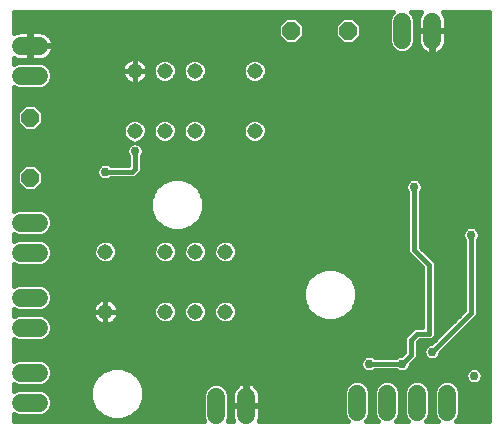
<source format=gbl>
G75*
%MOIN*%
%OFA0B0*%
%FSLAX25Y25*%
%IPPOS*%
%LPD*%
%AMOC8*
5,1,8,0,0,1.08239X$1,22.5*
%
%ADD10C,0.06000*%
%ADD11OC8,0.06000*%
%ADD12C,0.05150*%
%ADD13C,0.02978*%
%ADD14C,0.01600*%
D10*
X0014800Y0018800D02*
X0020800Y0018800D01*
X0020800Y0028800D02*
X0014800Y0028800D01*
X0014800Y0043800D02*
X0020800Y0043800D01*
X0020800Y0053800D02*
X0014800Y0053800D01*
X0014800Y0068800D02*
X0020800Y0068800D01*
X0020800Y0078800D02*
X0014800Y0078800D01*
X0014800Y0127800D02*
X0020800Y0127800D01*
X0020800Y0137800D02*
X0014800Y0137800D01*
X0141800Y0139800D02*
X0141800Y0145800D01*
X0151800Y0145800D02*
X0151800Y0139800D01*
X0146800Y0021800D02*
X0146800Y0015800D01*
X0156800Y0015800D02*
X0156800Y0021800D01*
X0136800Y0021800D02*
X0136800Y0015800D01*
X0126800Y0015800D02*
X0126800Y0021800D01*
X0089800Y0020800D02*
X0089800Y0014800D01*
X0079800Y0014800D02*
X0079800Y0020800D01*
D11*
X0017800Y0093800D03*
X0017800Y0113800D03*
X0104800Y0142800D03*
X0123800Y0142800D03*
D12*
X0092666Y0129430D03*
X0072666Y0129430D03*
X0062666Y0129430D03*
X0052666Y0129430D03*
X0052666Y0109430D03*
X0062666Y0109430D03*
X0072666Y0109430D03*
X0092666Y0109430D03*
X0082934Y0069170D03*
X0072934Y0069170D03*
X0062934Y0069170D03*
X0042934Y0069170D03*
X0042934Y0049170D03*
X0062934Y0049170D03*
X0072934Y0049170D03*
X0082934Y0049170D03*
D13*
X0081800Y0058800D03*
X0106800Y0059800D03*
X0117800Y0044800D03*
X0130800Y0031800D03*
X0141800Y0031800D03*
X0151800Y0035800D03*
X0165800Y0027800D03*
X0128800Y0065800D03*
X0145800Y0090800D03*
X0164800Y0074800D03*
X0130800Y0112800D03*
X0117800Y0092800D03*
X0080800Y0088800D03*
X0052800Y0081800D03*
X0042800Y0095800D03*
X0052800Y0102689D03*
X0079800Y0117800D03*
X0080800Y0141800D03*
X0048800Y0142800D03*
X0051800Y0058800D03*
X0044800Y0036800D03*
X0062800Y0019800D03*
X0104800Y0019800D03*
X0164800Y0141800D03*
D14*
X0012600Y0014949D02*
X0012600Y0012600D01*
X0075949Y0012600D01*
X0075400Y0013925D01*
X0075400Y0021675D01*
X0076070Y0023292D01*
X0077308Y0024530D01*
X0078925Y0025200D01*
X0080675Y0025200D01*
X0082292Y0024530D01*
X0083530Y0023292D01*
X0084200Y0021675D01*
X0084200Y0013925D01*
X0083651Y0012600D01*
X0085534Y0012600D01*
X0085352Y0012957D01*
X0085118Y0013676D01*
X0085000Y0014422D01*
X0085000Y0017600D01*
X0089600Y0017600D01*
X0089600Y0018000D01*
X0089600Y0025600D01*
X0089422Y0025600D01*
X0088676Y0025482D01*
X0087957Y0025248D01*
X0087284Y0024905D01*
X0086673Y0024461D01*
X0086139Y0023927D01*
X0085695Y0023316D01*
X0085352Y0022643D01*
X0085118Y0021924D01*
X0085000Y0021178D01*
X0085000Y0018000D01*
X0089600Y0018000D01*
X0090000Y0018000D01*
X0094600Y0018000D01*
X0094600Y0021178D01*
X0094482Y0021924D01*
X0094248Y0022643D01*
X0093905Y0023316D01*
X0093461Y0023927D01*
X0092927Y0024461D01*
X0092316Y0024905D01*
X0091643Y0025248D01*
X0090924Y0025482D01*
X0090178Y0025600D01*
X0090000Y0025600D01*
X0090000Y0018000D01*
X0090000Y0017600D01*
X0094600Y0017600D01*
X0094600Y0014422D01*
X0094482Y0013676D01*
X0094248Y0012957D01*
X0094066Y0012600D01*
X0123777Y0012600D01*
X0123070Y0013308D01*
X0122400Y0014925D01*
X0122400Y0022675D01*
X0123070Y0024292D01*
X0124308Y0025530D01*
X0125925Y0026200D01*
X0127675Y0026200D01*
X0129292Y0025530D01*
X0130530Y0024292D01*
X0131200Y0022675D01*
X0131200Y0014925D01*
X0130530Y0013308D01*
X0129823Y0012600D01*
X0133777Y0012600D01*
X0133070Y0013308D01*
X0132400Y0014925D01*
X0132400Y0022675D01*
X0133070Y0024292D01*
X0134308Y0025530D01*
X0135925Y0026200D01*
X0137675Y0026200D01*
X0139292Y0025530D01*
X0140530Y0024292D01*
X0141200Y0022675D01*
X0141200Y0014925D01*
X0140530Y0013308D01*
X0139823Y0012600D01*
X0143777Y0012600D01*
X0143070Y0013308D01*
X0142400Y0014925D01*
X0142400Y0022675D01*
X0143070Y0024292D01*
X0144308Y0025530D01*
X0145925Y0026200D01*
X0147675Y0026200D01*
X0149292Y0025530D01*
X0150530Y0024292D01*
X0151200Y0022675D01*
X0151200Y0014925D01*
X0150530Y0013308D01*
X0149823Y0012600D01*
X0153777Y0012600D01*
X0153070Y0013308D01*
X0152400Y0014925D01*
X0152400Y0022675D01*
X0153070Y0024292D01*
X0154308Y0025530D01*
X0155925Y0026200D01*
X0157675Y0026200D01*
X0159292Y0025530D01*
X0160530Y0024292D01*
X0161200Y0022675D01*
X0161200Y0014925D01*
X0160530Y0013308D01*
X0159823Y0012600D01*
X0170701Y0012600D01*
X0170701Y0148961D01*
X0155428Y0148961D01*
X0155461Y0148927D01*
X0155905Y0148316D01*
X0156248Y0147643D01*
X0156482Y0146924D01*
X0156600Y0146178D01*
X0156600Y0143000D01*
X0152000Y0143000D01*
X0152000Y0142600D01*
X0156600Y0142600D01*
X0156600Y0139422D01*
X0156482Y0138676D01*
X0156248Y0137957D01*
X0155905Y0137284D01*
X0155461Y0136673D01*
X0154927Y0136139D01*
X0154316Y0135695D01*
X0153643Y0135352D01*
X0152924Y0135118D01*
X0152178Y0135000D01*
X0152000Y0135000D01*
X0152000Y0142600D01*
X0151600Y0142600D01*
X0151600Y0135000D01*
X0151422Y0135000D01*
X0150676Y0135118D01*
X0149957Y0135352D01*
X0149284Y0135695D01*
X0148673Y0136139D01*
X0148139Y0136673D01*
X0147695Y0137284D01*
X0147352Y0137957D01*
X0147118Y0138676D01*
X0147000Y0139422D01*
X0147000Y0142600D01*
X0151600Y0142600D01*
X0151600Y0143000D01*
X0147000Y0143000D01*
X0147000Y0146178D01*
X0147118Y0146924D01*
X0147352Y0147643D01*
X0147695Y0148316D01*
X0148139Y0148927D01*
X0148172Y0148961D01*
X0144862Y0148961D01*
X0145530Y0148292D01*
X0146200Y0146675D01*
X0146200Y0138925D01*
X0145530Y0137308D01*
X0144292Y0136070D01*
X0142675Y0135400D01*
X0140925Y0135400D01*
X0139308Y0136070D01*
X0138070Y0137308D01*
X0137400Y0138925D01*
X0137400Y0146675D01*
X0138070Y0148292D01*
X0138738Y0148961D01*
X0012600Y0148961D01*
X0012600Y0142066D01*
X0012957Y0142248D01*
X0013676Y0142482D01*
X0014422Y0142600D01*
X0017600Y0142600D01*
X0017600Y0138000D01*
X0018000Y0138000D01*
X0018000Y0142600D01*
X0021178Y0142600D01*
X0021924Y0142482D01*
X0022643Y0142248D01*
X0023316Y0141905D01*
X0023927Y0141461D01*
X0024461Y0140927D01*
X0024905Y0140316D01*
X0025248Y0139643D01*
X0025482Y0138924D01*
X0025600Y0138178D01*
X0025600Y0138000D01*
X0018000Y0138000D01*
X0018000Y0137600D01*
X0025600Y0137600D01*
X0025600Y0137422D01*
X0025482Y0136676D01*
X0025248Y0135957D01*
X0024905Y0135284D01*
X0024461Y0134673D01*
X0023927Y0134139D01*
X0023316Y0133695D01*
X0022643Y0133352D01*
X0021924Y0133118D01*
X0021178Y0133000D01*
X0018000Y0133000D01*
X0018000Y0137600D01*
X0017600Y0137600D01*
X0017600Y0133000D01*
X0014422Y0133000D01*
X0013676Y0133118D01*
X0012957Y0133352D01*
X0012600Y0133534D01*
X0012600Y0131651D01*
X0013925Y0132200D01*
X0021675Y0132200D01*
X0023292Y0131530D01*
X0024530Y0130292D01*
X0025200Y0128675D01*
X0025200Y0126925D01*
X0024530Y0125308D01*
X0023292Y0124070D01*
X0021675Y0123400D01*
X0013925Y0123400D01*
X0012600Y0123949D01*
X0012600Y0082651D01*
X0013925Y0083200D01*
X0021675Y0083200D01*
X0023292Y0082530D01*
X0024530Y0081292D01*
X0025200Y0079675D01*
X0025200Y0077925D01*
X0024530Y0076308D01*
X0023292Y0075070D01*
X0021675Y0074400D01*
X0013925Y0074400D01*
X0012600Y0074949D01*
X0012600Y0072651D01*
X0013925Y0073200D01*
X0021675Y0073200D01*
X0023292Y0072530D01*
X0024530Y0071292D01*
X0025200Y0069675D01*
X0025200Y0067925D01*
X0024530Y0066308D01*
X0023292Y0065070D01*
X0021675Y0064400D01*
X0013925Y0064400D01*
X0012600Y0064949D01*
X0012600Y0057651D01*
X0013925Y0058200D01*
X0021675Y0058200D01*
X0023292Y0057530D01*
X0024530Y0056292D01*
X0025200Y0054675D01*
X0025200Y0052925D01*
X0024530Y0051308D01*
X0023292Y0050070D01*
X0021675Y0049400D01*
X0013925Y0049400D01*
X0012600Y0049949D01*
X0012600Y0047651D01*
X0013925Y0048200D01*
X0021675Y0048200D01*
X0023292Y0047530D01*
X0024530Y0046292D01*
X0025200Y0044675D01*
X0025200Y0042925D01*
X0024530Y0041308D01*
X0023292Y0040070D01*
X0021675Y0039400D01*
X0013925Y0039400D01*
X0012600Y0039949D01*
X0012600Y0032651D01*
X0013925Y0033200D01*
X0021675Y0033200D01*
X0023292Y0032530D01*
X0024530Y0031292D01*
X0025200Y0029675D01*
X0025200Y0027925D01*
X0024530Y0026308D01*
X0023292Y0025070D01*
X0021675Y0024400D01*
X0013925Y0024400D01*
X0012600Y0024949D01*
X0012600Y0022651D01*
X0013925Y0023200D01*
X0021675Y0023200D01*
X0023292Y0022530D01*
X0024530Y0021292D01*
X0025200Y0019675D01*
X0025200Y0017925D01*
X0024530Y0016308D01*
X0023292Y0015070D01*
X0021675Y0014400D01*
X0013925Y0014400D01*
X0012600Y0014949D01*
X0012600Y0014194D02*
X0041817Y0014194D01*
X0041739Y0014226D02*
X0045023Y0012866D01*
X0048577Y0012866D01*
X0051861Y0014226D01*
X0054374Y0016739D01*
X0055734Y0020023D01*
X0055734Y0023577D01*
X0054374Y0026861D01*
X0051861Y0029374D01*
X0048577Y0030734D01*
X0045023Y0030734D01*
X0041739Y0029374D01*
X0039226Y0026861D01*
X0037866Y0023577D01*
X0037866Y0020023D01*
X0039226Y0016739D01*
X0041739Y0014226D01*
X0040173Y0015793D02*
X0024015Y0015793D01*
X0024979Y0017391D02*
X0038956Y0017391D01*
X0038294Y0018990D02*
X0025200Y0018990D01*
X0024822Y0020588D02*
X0037866Y0020588D01*
X0037866Y0022187D02*
X0023636Y0022187D01*
X0023606Y0025384D02*
X0038614Y0025384D01*
X0037952Y0023785D02*
X0012600Y0023785D01*
X0012600Y0033376D02*
X0128326Y0033376D01*
X0128351Y0033436D02*
X0127911Y0032375D01*
X0127911Y0031225D01*
X0128351Y0030164D01*
X0129164Y0029351D01*
X0130225Y0028911D01*
X0131375Y0028911D01*
X0132436Y0029351D01*
X0132686Y0029600D01*
X0139914Y0029600D01*
X0140164Y0029351D01*
X0141225Y0028911D01*
X0142375Y0028911D01*
X0143436Y0029351D01*
X0144249Y0030164D01*
X0144689Y0031225D01*
X0144689Y0031578D01*
X0145711Y0032600D01*
X0147000Y0033889D01*
X0147000Y0038889D01*
X0147711Y0039600D01*
X0151711Y0039600D01*
X0153000Y0040889D01*
X0153000Y0065711D01*
X0148000Y0070711D01*
X0148000Y0088914D01*
X0148249Y0089164D01*
X0148689Y0090225D01*
X0148689Y0091375D01*
X0148249Y0092436D01*
X0147436Y0093249D01*
X0146375Y0093689D01*
X0145225Y0093689D01*
X0144164Y0093249D01*
X0143351Y0092436D01*
X0142911Y0091375D01*
X0142911Y0090225D01*
X0143351Y0089164D01*
X0143600Y0088914D01*
X0143600Y0068889D01*
X0144889Y0067600D01*
X0148600Y0063889D01*
X0148600Y0044000D01*
X0145889Y0044000D01*
X0144600Y0042711D01*
X0142600Y0040711D01*
X0142600Y0035711D01*
X0141578Y0034689D01*
X0141225Y0034689D01*
X0140164Y0034249D01*
X0139914Y0034000D01*
X0132686Y0034000D01*
X0132436Y0034249D01*
X0131375Y0034689D01*
X0130225Y0034689D01*
X0129164Y0034249D01*
X0128351Y0033436D01*
X0127911Y0031778D02*
X0024045Y0031778D01*
X0024991Y0030179D02*
X0043684Y0030179D01*
X0040946Y0028581D02*
X0025200Y0028581D01*
X0024810Y0026982D02*
X0039348Y0026982D01*
X0049916Y0030179D02*
X0128344Y0030179D01*
X0130800Y0031800D02*
X0141800Y0031800D01*
X0144800Y0034800D01*
X0144800Y0039800D01*
X0146800Y0041800D01*
X0150800Y0041800D01*
X0150800Y0064800D01*
X0145800Y0069800D01*
X0145800Y0090800D01*
X0148316Y0089324D02*
X0170701Y0089324D01*
X0170701Y0087726D02*
X0148000Y0087726D01*
X0148000Y0086127D02*
X0170701Y0086127D01*
X0170701Y0084529D02*
X0148000Y0084529D01*
X0148000Y0082930D02*
X0170701Y0082930D01*
X0170701Y0081332D02*
X0148000Y0081332D01*
X0148000Y0079733D02*
X0170701Y0079733D01*
X0170701Y0078134D02*
X0148000Y0078134D01*
X0148000Y0076536D02*
X0162450Y0076536D01*
X0162351Y0076436D02*
X0161911Y0075375D01*
X0161911Y0074225D01*
X0162351Y0073164D01*
X0162600Y0072914D01*
X0162600Y0049711D01*
X0151578Y0038689D01*
X0151225Y0038689D01*
X0150164Y0038249D01*
X0149351Y0037436D01*
X0148911Y0036375D01*
X0148911Y0035225D01*
X0149351Y0034164D01*
X0150164Y0033351D01*
X0151225Y0032911D01*
X0152375Y0032911D01*
X0153436Y0033351D01*
X0154249Y0034164D01*
X0154689Y0035225D01*
X0154689Y0035578D01*
X0165711Y0046600D01*
X0165711Y0046600D01*
X0167000Y0047889D01*
X0167000Y0072914D01*
X0167249Y0073164D01*
X0167689Y0074225D01*
X0167689Y0075375D01*
X0167249Y0076436D01*
X0166436Y0077249D01*
X0165375Y0077689D01*
X0164225Y0077689D01*
X0163164Y0077249D01*
X0162351Y0076436D01*
X0161911Y0074937D02*
X0148000Y0074937D01*
X0148000Y0073339D02*
X0162278Y0073339D01*
X0162600Y0071740D02*
X0148000Y0071740D01*
X0148569Y0070142D02*
X0162600Y0070142D01*
X0162600Y0068543D02*
X0150168Y0068543D01*
X0151766Y0066945D02*
X0162600Y0066945D01*
X0162600Y0065346D02*
X0153000Y0065346D01*
X0153000Y0063748D02*
X0162600Y0063748D01*
X0162600Y0062149D02*
X0153000Y0062149D01*
X0153000Y0060551D02*
X0162600Y0060551D01*
X0162600Y0058952D02*
X0153000Y0058952D01*
X0153000Y0057354D02*
X0162600Y0057354D01*
X0162600Y0055755D02*
X0153000Y0055755D01*
X0153000Y0054157D02*
X0162600Y0054157D01*
X0162600Y0052558D02*
X0153000Y0052558D01*
X0153000Y0050960D02*
X0162600Y0050960D01*
X0162250Y0049361D02*
X0153000Y0049361D01*
X0153000Y0047763D02*
X0160652Y0047763D01*
X0159053Y0046164D02*
X0153000Y0046164D01*
X0153000Y0044566D02*
X0157455Y0044566D01*
X0155856Y0042967D02*
X0153000Y0042967D01*
X0153000Y0041369D02*
X0154257Y0041369D01*
X0152659Y0039770D02*
X0151881Y0039770D01*
X0150086Y0038172D02*
X0147000Y0038172D01*
X0147000Y0036573D02*
X0148993Y0036573D01*
X0149015Y0034975D02*
X0147000Y0034975D01*
X0146487Y0033376D02*
X0150138Y0033376D01*
X0151800Y0035800D02*
X0164800Y0048800D01*
X0164800Y0074800D01*
X0167689Y0074937D02*
X0170701Y0074937D01*
X0170701Y0073339D02*
X0167322Y0073339D01*
X0167000Y0071740D02*
X0170701Y0071740D01*
X0170701Y0070142D02*
X0167000Y0070142D01*
X0167000Y0068543D02*
X0170701Y0068543D01*
X0170701Y0066945D02*
X0167000Y0066945D01*
X0167000Y0065346D02*
X0170701Y0065346D01*
X0170701Y0063748D02*
X0167000Y0063748D01*
X0167000Y0062149D02*
X0170701Y0062149D01*
X0170701Y0060551D02*
X0167000Y0060551D01*
X0167000Y0058952D02*
X0170701Y0058952D01*
X0170701Y0057354D02*
X0167000Y0057354D01*
X0167000Y0055755D02*
X0170701Y0055755D01*
X0170701Y0054157D02*
X0167000Y0054157D01*
X0167000Y0052558D02*
X0170701Y0052558D01*
X0170701Y0050960D02*
X0167000Y0050960D01*
X0167000Y0049361D02*
X0170701Y0049361D01*
X0170701Y0047763D02*
X0166874Y0047763D01*
X0165276Y0046164D02*
X0170701Y0046164D01*
X0170701Y0044566D02*
X0163677Y0044566D01*
X0162079Y0042967D02*
X0170701Y0042967D01*
X0170701Y0041369D02*
X0160480Y0041369D01*
X0158881Y0039770D02*
X0170701Y0039770D01*
X0170701Y0038172D02*
X0157283Y0038172D01*
X0155684Y0036573D02*
X0170701Y0036573D01*
X0170701Y0034975D02*
X0154585Y0034975D01*
X0153462Y0033376D02*
X0170701Y0033376D01*
X0170701Y0031778D02*
X0144889Y0031778D01*
X0144256Y0030179D02*
X0164094Y0030179D01*
X0164164Y0030249D02*
X0163351Y0029436D01*
X0162911Y0028375D01*
X0162911Y0027225D01*
X0163351Y0026164D01*
X0164164Y0025351D01*
X0165225Y0024911D01*
X0166375Y0024911D01*
X0167436Y0025351D01*
X0168249Y0026164D01*
X0168689Y0027225D01*
X0168689Y0028375D01*
X0168249Y0029436D01*
X0167436Y0030249D01*
X0166375Y0030689D01*
X0165225Y0030689D01*
X0164164Y0030249D01*
X0162996Y0028581D02*
X0052654Y0028581D01*
X0054252Y0026982D02*
X0163012Y0026982D01*
X0164131Y0025384D02*
X0159439Y0025384D01*
X0160740Y0023785D02*
X0170701Y0023785D01*
X0170701Y0022187D02*
X0161200Y0022187D01*
X0161200Y0020588D02*
X0170701Y0020588D01*
X0170701Y0018990D02*
X0161200Y0018990D01*
X0161200Y0017391D02*
X0170701Y0017391D01*
X0170701Y0015793D02*
X0161200Y0015793D01*
X0160897Y0014194D02*
X0170701Y0014194D01*
X0170701Y0025384D02*
X0167469Y0025384D01*
X0168588Y0026982D02*
X0170701Y0026982D01*
X0170701Y0028581D02*
X0168604Y0028581D01*
X0167506Y0030179D02*
X0170701Y0030179D01*
X0154161Y0025384D02*
X0149439Y0025384D01*
X0150740Y0023785D02*
X0152860Y0023785D01*
X0152400Y0022187D02*
X0151200Y0022187D01*
X0151200Y0020588D02*
X0152400Y0020588D01*
X0152400Y0018990D02*
X0151200Y0018990D01*
X0151200Y0017391D02*
X0152400Y0017391D01*
X0152400Y0015793D02*
X0151200Y0015793D01*
X0150897Y0014194D02*
X0152703Y0014194D01*
X0142703Y0014194D02*
X0140897Y0014194D01*
X0141200Y0015793D02*
X0142400Y0015793D01*
X0142400Y0017391D02*
X0141200Y0017391D01*
X0141200Y0018990D02*
X0142400Y0018990D01*
X0142400Y0020588D02*
X0141200Y0020588D01*
X0141200Y0022187D02*
X0142400Y0022187D01*
X0142860Y0023785D02*
X0140740Y0023785D01*
X0139439Y0025384D02*
X0144161Y0025384D01*
X0134161Y0025384D02*
X0129439Y0025384D01*
X0130740Y0023785D02*
X0132860Y0023785D01*
X0132400Y0022187D02*
X0131200Y0022187D01*
X0131200Y0020588D02*
X0132400Y0020588D01*
X0132400Y0018990D02*
X0131200Y0018990D01*
X0131200Y0017391D02*
X0132400Y0017391D01*
X0132400Y0015793D02*
X0131200Y0015793D01*
X0130897Y0014194D02*
X0132703Y0014194D01*
X0122703Y0014194D02*
X0094564Y0014194D01*
X0094600Y0015793D02*
X0122400Y0015793D01*
X0122400Y0017391D02*
X0094600Y0017391D01*
X0094600Y0018990D02*
X0122400Y0018990D01*
X0122400Y0020588D02*
X0094600Y0020588D01*
X0094396Y0022187D02*
X0122400Y0022187D01*
X0122860Y0023785D02*
X0093564Y0023785D01*
X0091226Y0025384D02*
X0124161Y0025384D01*
X0141863Y0034975D02*
X0012600Y0034975D01*
X0012600Y0036573D02*
X0142600Y0036573D01*
X0142600Y0038172D02*
X0012600Y0038172D01*
X0012600Y0039770D02*
X0013031Y0039770D01*
X0012869Y0047763D02*
X0012600Y0047763D01*
X0012600Y0049361D02*
X0038559Y0049361D01*
X0038559Y0049514D02*
X0038559Y0049170D01*
X0038559Y0048826D01*
X0038667Y0048146D01*
X0038880Y0047491D01*
X0039192Y0046877D01*
X0039597Y0046320D01*
X0040084Y0045833D01*
X0040641Y0045428D01*
X0041255Y0045116D01*
X0041909Y0044903D01*
X0042590Y0044795D01*
X0042934Y0044795D01*
X0043278Y0044795D01*
X0043958Y0044903D01*
X0044613Y0045116D01*
X0045227Y0045428D01*
X0045784Y0045833D01*
X0046271Y0046320D01*
X0046676Y0046877D01*
X0046988Y0047491D01*
X0047201Y0048146D01*
X0047309Y0048826D01*
X0047309Y0049170D01*
X0047309Y0049514D01*
X0047201Y0050195D01*
X0046988Y0050849D01*
X0046676Y0051463D01*
X0046271Y0052020D01*
X0045784Y0052507D01*
X0045227Y0052912D01*
X0044613Y0053224D01*
X0043958Y0053437D01*
X0043278Y0053545D01*
X0042934Y0053545D01*
X0042934Y0049170D01*
X0042934Y0049170D01*
X0047309Y0049170D01*
X0042934Y0049170D01*
X0042934Y0044795D01*
X0042934Y0049170D01*
X0042934Y0049170D01*
X0042934Y0049170D01*
X0038559Y0049170D01*
X0042934Y0049170D01*
X0042934Y0049170D01*
X0042934Y0053545D01*
X0042590Y0053545D01*
X0041909Y0053437D01*
X0041255Y0053224D01*
X0040641Y0052912D01*
X0040084Y0052507D01*
X0039597Y0052020D01*
X0039192Y0051463D01*
X0038880Y0050849D01*
X0038667Y0050195D01*
X0038559Y0049514D01*
X0038936Y0050960D02*
X0024182Y0050960D01*
X0025048Y0052558D02*
X0040155Y0052558D01*
X0042934Y0052558D02*
X0042934Y0052558D01*
X0042934Y0050960D02*
X0042934Y0050960D01*
X0042934Y0049361D02*
X0042934Y0049361D01*
X0042934Y0047763D02*
X0042934Y0047763D01*
X0042934Y0046164D02*
X0042934Y0046164D01*
X0046115Y0046164D02*
X0060318Y0046164D01*
X0060682Y0045800D02*
X0062143Y0045195D01*
X0063724Y0045195D01*
X0065185Y0045800D01*
X0066304Y0046919D01*
X0066909Y0048379D01*
X0066909Y0049961D01*
X0066304Y0051422D01*
X0065185Y0052540D01*
X0063724Y0053145D01*
X0062143Y0053145D01*
X0060682Y0052540D01*
X0059564Y0051422D01*
X0058959Y0049961D01*
X0058959Y0048379D01*
X0059564Y0046919D01*
X0060682Y0045800D01*
X0059214Y0047763D02*
X0047077Y0047763D01*
X0047309Y0049361D02*
X0058959Y0049361D01*
X0059373Y0050960D02*
X0046932Y0050960D01*
X0045713Y0052558D02*
X0060727Y0052558D01*
X0065141Y0052558D02*
X0070727Y0052558D01*
X0070682Y0052540D02*
X0069564Y0051422D01*
X0068959Y0049961D01*
X0068959Y0048379D01*
X0069564Y0046919D01*
X0070682Y0045800D01*
X0072143Y0045195D01*
X0073724Y0045195D01*
X0075185Y0045800D01*
X0076304Y0046919D01*
X0076909Y0048379D01*
X0076909Y0049961D01*
X0076304Y0051422D01*
X0075185Y0052540D01*
X0073724Y0053145D01*
X0072143Y0053145D01*
X0070682Y0052540D01*
X0069373Y0050960D02*
X0066495Y0050960D01*
X0066909Y0049361D02*
X0068959Y0049361D01*
X0069214Y0047763D02*
X0066653Y0047763D01*
X0065549Y0046164D02*
X0070318Y0046164D01*
X0075549Y0046164D02*
X0080318Y0046164D01*
X0080682Y0045800D02*
X0082143Y0045195D01*
X0083724Y0045195D01*
X0085185Y0045800D01*
X0086304Y0046919D01*
X0086909Y0048379D01*
X0086909Y0049961D01*
X0086304Y0051422D01*
X0085185Y0052540D01*
X0083724Y0053145D01*
X0082143Y0053145D01*
X0080682Y0052540D01*
X0079564Y0051422D01*
X0078959Y0049961D01*
X0078959Y0048379D01*
X0079564Y0046919D01*
X0080682Y0045800D01*
X0079214Y0047763D02*
X0076653Y0047763D01*
X0076909Y0049361D02*
X0078959Y0049361D01*
X0079373Y0050960D02*
X0076495Y0050960D01*
X0075141Y0052558D02*
X0080727Y0052558D01*
X0085141Y0052558D02*
X0109059Y0052558D01*
X0108866Y0053023D02*
X0110226Y0049739D01*
X0112739Y0047226D01*
X0116023Y0045866D01*
X0119577Y0045866D01*
X0122861Y0047226D01*
X0125374Y0049739D01*
X0126734Y0053023D01*
X0126734Y0056577D01*
X0125374Y0059861D01*
X0122861Y0062374D01*
X0119577Y0063734D01*
X0116023Y0063734D01*
X0112739Y0062374D01*
X0110226Y0059861D01*
X0108866Y0056577D01*
X0108866Y0053023D01*
X0108866Y0054157D02*
X0025200Y0054157D01*
X0024753Y0055755D02*
X0108866Y0055755D01*
X0109188Y0057354D02*
X0023469Y0057354D01*
X0023569Y0065346D02*
X0041778Y0065346D01*
X0042143Y0065195D02*
X0043724Y0065195D01*
X0045185Y0065800D01*
X0046304Y0066919D01*
X0046909Y0068379D01*
X0046909Y0069961D01*
X0046304Y0071422D01*
X0045185Y0072540D01*
X0043724Y0073145D01*
X0042143Y0073145D01*
X0040682Y0072540D01*
X0039564Y0071422D01*
X0038959Y0069961D01*
X0038959Y0068379D01*
X0039564Y0066919D01*
X0040682Y0065800D01*
X0042143Y0065195D01*
X0044089Y0065346D02*
X0061778Y0065346D01*
X0062143Y0065195D02*
X0063724Y0065195D01*
X0065185Y0065800D01*
X0066304Y0066919D01*
X0066909Y0068379D01*
X0066909Y0069961D01*
X0066304Y0071422D01*
X0065185Y0072540D01*
X0063724Y0073145D01*
X0062143Y0073145D01*
X0060682Y0072540D01*
X0059564Y0071422D01*
X0058959Y0069961D01*
X0058959Y0068379D01*
X0059564Y0066919D01*
X0060682Y0065800D01*
X0062143Y0065195D01*
X0064089Y0065346D02*
X0071778Y0065346D01*
X0072143Y0065195D02*
X0073724Y0065195D01*
X0075185Y0065800D01*
X0076304Y0066919D01*
X0076909Y0068379D01*
X0076909Y0069961D01*
X0076304Y0071422D01*
X0075185Y0072540D01*
X0073724Y0073145D01*
X0072143Y0073145D01*
X0070682Y0072540D01*
X0069564Y0071422D01*
X0068959Y0069961D01*
X0068959Y0068379D01*
X0069564Y0066919D01*
X0070682Y0065800D01*
X0072143Y0065195D01*
X0074089Y0065346D02*
X0081778Y0065346D01*
X0082143Y0065195D02*
X0083724Y0065195D01*
X0085185Y0065800D01*
X0086304Y0066919D01*
X0086909Y0068379D01*
X0086909Y0069961D01*
X0086304Y0071422D01*
X0085185Y0072540D01*
X0083724Y0073145D01*
X0082143Y0073145D01*
X0080682Y0072540D01*
X0079564Y0071422D01*
X0078959Y0069961D01*
X0078959Y0068379D01*
X0079564Y0066919D01*
X0080682Y0065800D01*
X0082143Y0065195D01*
X0084089Y0065346D02*
X0147142Y0065346D01*
X0148600Y0063748D02*
X0012600Y0063748D01*
X0012600Y0062149D02*
X0112515Y0062149D01*
X0110916Y0060551D02*
X0012600Y0060551D01*
X0012600Y0058952D02*
X0109850Y0058952D01*
X0109721Y0050960D02*
X0086495Y0050960D01*
X0086909Y0049361D02*
X0110604Y0049361D01*
X0112203Y0047763D02*
X0086653Y0047763D01*
X0085549Y0046164D02*
X0115303Y0046164D01*
X0120297Y0046164D02*
X0148600Y0046164D01*
X0148600Y0044566D02*
X0025200Y0044566D01*
X0025200Y0042967D02*
X0144856Y0042967D01*
X0143257Y0041369D02*
X0024555Y0041369D01*
X0022569Y0039770D02*
X0142600Y0039770D01*
X0148600Y0047763D02*
X0123397Y0047763D01*
X0124996Y0049361D02*
X0148600Y0049361D01*
X0148600Y0050960D02*
X0125879Y0050960D01*
X0126541Y0052558D02*
X0148600Y0052558D01*
X0148600Y0054157D02*
X0126734Y0054157D01*
X0126734Y0055755D02*
X0148600Y0055755D01*
X0148600Y0057354D02*
X0126412Y0057354D01*
X0125750Y0058952D02*
X0148600Y0058952D01*
X0148600Y0060551D02*
X0124683Y0060551D01*
X0123085Y0062149D02*
X0148600Y0062149D01*
X0145544Y0066945D02*
X0086314Y0066945D01*
X0086909Y0068543D02*
X0143945Y0068543D01*
X0143600Y0070142D02*
X0086834Y0070142D01*
X0085985Y0071740D02*
X0143600Y0071740D01*
X0143600Y0073339D02*
X0012600Y0073339D01*
X0012600Y0074937D02*
X0012627Y0074937D01*
X0012600Y0082930D02*
X0013273Y0082930D01*
X0012600Y0084529D02*
X0057866Y0084529D01*
X0057866Y0083023D02*
X0059226Y0079739D01*
X0061739Y0077226D01*
X0065023Y0075866D01*
X0068577Y0075866D01*
X0071861Y0077226D01*
X0074374Y0079739D01*
X0075734Y0083023D01*
X0075734Y0086577D01*
X0074374Y0089861D01*
X0071861Y0092374D01*
X0068577Y0093734D01*
X0065023Y0093734D01*
X0061739Y0092374D01*
X0059226Y0089861D01*
X0057866Y0086577D01*
X0057866Y0083023D01*
X0057905Y0082930D02*
X0022327Y0082930D01*
X0024491Y0081332D02*
X0058567Y0081332D01*
X0059233Y0079733D02*
X0025176Y0079733D01*
X0025200Y0078134D02*
X0060831Y0078134D01*
X0063406Y0076536D02*
X0024625Y0076536D01*
X0022973Y0074937D02*
X0143600Y0074937D01*
X0143600Y0076536D02*
X0070194Y0076536D01*
X0072769Y0078134D02*
X0143600Y0078134D01*
X0143600Y0079733D02*
X0074367Y0079733D01*
X0075033Y0081332D02*
X0143600Y0081332D01*
X0143600Y0082930D02*
X0075695Y0082930D01*
X0075734Y0084529D02*
X0143600Y0084529D01*
X0143600Y0086127D02*
X0075734Y0086127D01*
X0075258Y0087726D02*
X0143600Y0087726D01*
X0143284Y0089324D02*
X0074596Y0089324D01*
X0073312Y0090923D02*
X0142911Y0090923D01*
X0143435Y0092521D02*
X0071505Y0092521D01*
X0062095Y0092521D02*
X0022200Y0092521D01*
X0022200Y0091977D02*
X0019623Y0089400D01*
X0015977Y0089400D01*
X0013400Y0091977D01*
X0013400Y0095623D01*
X0015977Y0098200D01*
X0019623Y0098200D01*
X0022200Y0095623D01*
X0022200Y0091977D01*
X0021145Y0090923D02*
X0060288Y0090923D01*
X0059004Y0089324D02*
X0012600Y0089324D01*
X0012600Y0087726D02*
X0058342Y0087726D01*
X0057866Y0086127D02*
X0012600Y0086127D01*
X0012600Y0090923D02*
X0014455Y0090923D01*
X0013400Y0092521D02*
X0012600Y0092521D01*
X0012600Y0094120D02*
X0013400Y0094120D01*
X0013496Y0095718D02*
X0012600Y0095718D01*
X0012600Y0097317D02*
X0015094Y0097317D01*
X0012600Y0098915D02*
X0050600Y0098915D01*
X0050600Y0098000D02*
X0044686Y0098000D01*
X0044436Y0098249D01*
X0043375Y0098689D01*
X0042225Y0098689D01*
X0041164Y0098249D01*
X0040351Y0097436D01*
X0039911Y0096375D01*
X0039911Y0095225D01*
X0040351Y0094164D01*
X0041164Y0093351D01*
X0042225Y0092911D01*
X0043375Y0092911D01*
X0044436Y0093351D01*
X0044686Y0093600D01*
X0052711Y0093600D01*
X0053711Y0094600D01*
X0055000Y0095889D01*
X0055000Y0100803D01*
X0055249Y0101052D01*
X0055689Y0102114D01*
X0055689Y0103264D01*
X0055249Y0104325D01*
X0054436Y0105138D01*
X0053564Y0105500D01*
X0054918Y0106060D01*
X0056036Y0107178D01*
X0056641Y0108639D01*
X0056641Y0110221D01*
X0056036Y0111681D01*
X0054918Y0112800D01*
X0053457Y0113405D01*
X0051875Y0113405D01*
X0050415Y0112800D01*
X0049296Y0111681D01*
X0048691Y0110221D01*
X0048691Y0108639D01*
X0049296Y0107178D01*
X0050415Y0106060D01*
X0051875Y0105455D01*
X0051929Y0105455D01*
X0051164Y0105138D01*
X0050351Y0104325D01*
X0049911Y0103264D01*
X0049911Y0102114D01*
X0050351Y0101052D01*
X0050600Y0100803D01*
X0050600Y0098000D01*
X0051800Y0095800D02*
X0052800Y0096800D01*
X0052800Y0102689D01*
X0052800Y0102800D01*
X0055504Y0103711D02*
X0170701Y0103711D01*
X0170701Y0105309D02*
X0054023Y0105309D01*
X0055765Y0106908D02*
X0059567Y0106908D01*
X0059296Y0107178D02*
X0058691Y0108639D01*
X0058691Y0110221D01*
X0059296Y0111681D01*
X0060415Y0112800D01*
X0061875Y0113405D01*
X0063457Y0113405D01*
X0064918Y0112800D01*
X0066036Y0111681D01*
X0066641Y0110221D01*
X0066641Y0108639D01*
X0066036Y0107178D01*
X0064918Y0106060D01*
X0063457Y0105455D01*
X0061875Y0105455D01*
X0060415Y0106060D01*
X0059296Y0107178D01*
X0058746Y0108506D02*
X0056586Y0108506D01*
X0056641Y0110105D02*
X0058691Y0110105D01*
X0059318Y0111703D02*
X0056014Y0111703D01*
X0053705Y0113302D02*
X0061627Y0113302D01*
X0063705Y0113302D02*
X0071627Y0113302D01*
X0071875Y0113405D02*
X0070415Y0112800D01*
X0069296Y0111681D01*
X0068691Y0110221D01*
X0068691Y0108639D01*
X0069296Y0107178D01*
X0070415Y0106060D01*
X0071875Y0105455D01*
X0073457Y0105455D01*
X0074918Y0106060D01*
X0076036Y0107178D01*
X0076641Y0108639D01*
X0076641Y0110221D01*
X0076036Y0111681D01*
X0074918Y0112800D01*
X0073457Y0113405D01*
X0071875Y0113405D01*
X0073705Y0113302D02*
X0091627Y0113302D01*
X0091875Y0113405D02*
X0090415Y0112800D01*
X0089296Y0111681D01*
X0088691Y0110221D01*
X0088691Y0108639D01*
X0089296Y0107178D01*
X0090415Y0106060D01*
X0091875Y0105455D01*
X0093457Y0105455D01*
X0094918Y0106060D01*
X0096036Y0107178D01*
X0096641Y0108639D01*
X0096641Y0110221D01*
X0096036Y0111681D01*
X0094918Y0112800D01*
X0093457Y0113405D01*
X0091875Y0113405D01*
X0093705Y0113302D02*
X0170701Y0113302D01*
X0170701Y0114900D02*
X0022200Y0114900D01*
X0022200Y0115623D02*
X0019623Y0118200D01*
X0015977Y0118200D01*
X0013400Y0115623D01*
X0013400Y0111977D01*
X0015977Y0109400D01*
X0019623Y0109400D01*
X0022200Y0111977D01*
X0022200Y0115623D01*
X0021324Y0116499D02*
X0170701Y0116499D01*
X0170701Y0118097D02*
X0019725Y0118097D01*
X0015875Y0118097D02*
X0012600Y0118097D01*
X0012600Y0116499D02*
X0014276Y0116499D01*
X0013400Y0114900D02*
X0012600Y0114900D01*
X0012600Y0113302D02*
X0013400Y0113302D01*
X0013674Y0111703D02*
X0012600Y0111703D01*
X0012600Y0110105D02*
X0015273Y0110105D01*
X0012600Y0108506D02*
X0048746Y0108506D01*
X0048691Y0110105D02*
X0020327Y0110105D01*
X0021926Y0111703D02*
X0049318Y0111703D01*
X0051627Y0113302D02*
X0022200Y0113302D01*
X0012600Y0119696D02*
X0170701Y0119696D01*
X0170701Y0121294D02*
X0012600Y0121294D01*
X0012600Y0122893D02*
X0170701Y0122893D01*
X0170701Y0124491D02*
X0023714Y0124491D01*
X0024854Y0126090D02*
X0049820Y0126090D01*
X0049816Y0126093D02*
X0050373Y0125688D01*
X0050987Y0125376D01*
X0051642Y0125163D01*
X0052322Y0125055D01*
X0052666Y0125055D01*
X0052666Y0129430D01*
X0052666Y0129430D01*
X0048291Y0129430D01*
X0048291Y0129774D01*
X0048399Y0130454D01*
X0048612Y0131109D01*
X0048924Y0131723D01*
X0049329Y0132280D01*
X0049816Y0132767D01*
X0050373Y0133172D01*
X0050987Y0133484D01*
X0051642Y0133697D01*
X0052322Y0133805D01*
X0052666Y0133805D01*
X0052666Y0129430D01*
X0052666Y0129430D01*
X0048291Y0129430D01*
X0048291Y0129086D01*
X0048399Y0128405D01*
X0048612Y0127751D01*
X0048924Y0127137D01*
X0049329Y0126580D01*
X0049816Y0126093D01*
X0048644Y0127688D02*
X0025200Y0127688D01*
X0024947Y0129287D02*
X0048291Y0129287D01*
X0048539Y0130885D02*
X0023937Y0130885D01*
X0023849Y0134082D02*
X0170701Y0134082D01*
X0170701Y0132484D02*
X0095233Y0132484D01*
X0094918Y0132800D02*
X0096036Y0131681D01*
X0096641Y0130221D01*
X0096641Y0128639D01*
X0096036Y0127178D01*
X0094918Y0126060D01*
X0093457Y0125455D01*
X0091875Y0125455D01*
X0090415Y0126060D01*
X0089296Y0127178D01*
X0088691Y0128639D01*
X0088691Y0130221D01*
X0089296Y0131681D01*
X0090415Y0132800D01*
X0091875Y0133405D01*
X0093457Y0133405D01*
X0094918Y0132800D01*
X0096366Y0130885D02*
X0170701Y0130885D01*
X0170701Y0129287D02*
X0096641Y0129287D01*
X0096247Y0127688D02*
X0170701Y0127688D01*
X0170701Y0126090D02*
X0094947Y0126090D01*
X0090385Y0126090D02*
X0074947Y0126090D01*
X0074918Y0126060D02*
X0076036Y0127178D01*
X0076641Y0128639D01*
X0076641Y0130221D01*
X0076036Y0131681D01*
X0074918Y0132800D01*
X0073457Y0133405D01*
X0071875Y0133405D01*
X0070415Y0132800D01*
X0069296Y0131681D01*
X0068691Y0130221D01*
X0068691Y0128639D01*
X0069296Y0127178D01*
X0070415Y0126060D01*
X0071875Y0125455D01*
X0073457Y0125455D01*
X0074918Y0126060D01*
X0076247Y0127688D02*
X0089085Y0127688D01*
X0088691Y0129287D02*
X0076641Y0129287D01*
X0076366Y0130885D02*
X0088967Y0130885D01*
X0090099Y0132484D02*
X0075233Y0132484D01*
X0070099Y0132484D02*
X0065233Y0132484D01*
X0064918Y0132800D02*
X0066036Y0131681D01*
X0066641Y0130221D01*
X0066641Y0128639D01*
X0066036Y0127178D01*
X0064918Y0126060D01*
X0063457Y0125455D01*
X0061875Y0125455D01*
X0060415Y0126060D01*
X0059296Y0127178D01*
X0058691Y0128639D01*
X0058691Y0130221D01*
X0059296Y0131681D01*
X0060415Y0132800D01*
X0061875Y0133405D01*
X0063457Y0133405D01*
X0064918Y0132800D01*
X0066366Y0130885D02*
X0068967Y0130885D01*
X0068691Y0129287D02*
X0066641Y0129287D01*
X0066247Y0127688D02*
X0069085Y0127688D01*
X0070385Y0126090D02*
X0064947Y0126090D01*
X0060385Y0126090D02*
X0055512Y0126090D01*
X0055516Y0126093D02*
X0056003Y0126580D01*
X0056408Y0127137D01*
X0056720Y0127751D01*
X0056933Y0128405D01*
X0057041Y0129086D01*
X0057041Y0129430D01*
X0057041Y0129774D01*
X0056933Y0130454D01*
X0056720Y0131109D01*
X0056408Y0131723D01*
X0056003Y0132280D01*
X0055516Y0132767D01*
X0054959Y0133172D01*
X0054345Y0133484D01*
X0053691Y0133697D01*
X0053010Y0133805D01*
X0052666Y0133805D01*
X0052666Y0129430D01*
X0052666Y0129430D01*
X0057041Y0129430D01*
X0052666Y0129430D01*
X0052666Y0129430D01*
X0052666Y0125055D01*
X0053010Y0125055D01*
X0053691Y0125163D01*
X0054345Y0125376D01*
X0054959Y0125688D01*
X0055516Y0126093D01*
X0056689Y0127688D02*
X0059085Y0127688D01*
X0058691Y0129287D02*
X0057041Y0129287D01*
X0056793Y0130885D02*
X0058967Y0130885D01*
X0060099Y0132484D02*
X0055799Y0132484D01*
X0052666Y0132484D02*
X0052666Y0132484D01*
X0052666Y0130885D02*
X0052666Y0130885D01*
X0052666Y0129287D02*
X0052666Y0129287D01*
X0052666Y0127688D02*
X0052666Y0127688D01*
X0052666Y0126090D02*
X0052666Y0126090D01*
X0049533Y0132484D02*
X0012600Y0132484D01*
X0017600Y0134082D02*
X0018000Y0134082D01*
X0018000Y0135681D02*
X0017600Y0135681D01*
X0017600Y0137279D02*
X0018000Y0137279D01*
X0018000Y0138878D02*
X0017600Y0138878D01*
X0017600Y0140476D02*
X0018000Y0140476D01*
X0018000Y0142075D02*
X0017600Y0142075D01*
X0012617Y0142075D02*
X0012600Y0142075D01*
X0012600Y0143673D02*
X0100400Y0143673D01*
X0100400Y0144623D02*
X0100400Y0140977D01*
X0102977Y0138400D01*
X0106623Y0138400D01*
X0109200Y0140977D01*
X0109200Y0144623D01*
X0106623Y0147200D01*
X0102977Y0147200D01*
X0100400Y0144623D01*
X0101049Y0145272D02*
X0012600Y0145272D01*
X0012600Y0146870D02*
X0102648Y0146870D01*
X0106952Y0146870D02*
X0121648Y0146870D01*
X0121977Y0147200D02*
X0119400Y0144623D01*
X0119400Y0140977D01*
X0121977Y0138400D01*
X0125623Y0138400D01*
X0128200Y0140977D01*
X0128200Y0144623D01*
X0125623Y0147200D01*
X0121977Y0147200D01*
X0120049Y0145272D02*
X0108551Y0145272D01*
X0109200Y0143673D02*
X0119400Y0143673D01*
X0119400Y0142075D02*
X0109200Y0142075D01*
X0108699Y0140476D02*
X0119901Y0140476D01*
X0121500Y0138878D02*
X0107100Y0138878D01*
X0102500Y0138878D02*
X0025489Y0138878D01*
X0025577Y0137279D02*
X0138098Y0137279D01*
X0137419Y0138878D02*
X0126100Y0138878D01*
X0127699Y0140476D02*
X0137400Y0140476D01*
X0137400Y0142075D02*
X0128200Y0142075D01*
X0128200Y0143673D02*
X0137400Y0143673D01*
X0137400Y0145272D02*
X0127551Y0145272D01*
X0125952Y0146870D02*
X0137481Y0146870D01*
X0138246Y0148469D02*
X0012600Y0148469D01*
X0022983Y0142075D02*
X0100400Y0142075D01*
X0100901Y0140476D02*
X0024789Y0140476D01*
X0025107Y0135681D02*
X0140247Y0135681D01*
X0143353Y0135681D02*
X0149311Y0135681D01*
X0147698Y0137279D02*
X0145502Y0137279D01*
X0146181Y0138878D02*
X0147086Y0138878D01*
X0147000Y0140476D02*
X0146200Y0140476D01*
X0146200Y0142075D02*
X0147000Y0142075D01*
X0147000Y0143673D02*
X0146200Y0143673D01*
X0146200Y0145272D02*
X0147000Y0145272D01*
X0147110Y0146870D02*
X0146119Y0146870D01*
X0145354Y0148469D02*
X0147806Y0148469D01*
X0151600Y0142075D02*
X0152000Y0142075D01*
X0152000Y0140476D02*
X0151600Y0140476D01*
X0151600Y0138878D02*
X0152000Y0138878D01*
X0152000Y0137279D02*
X0151600Y0137279D01*
X0151600Y0135681D02*
X0152000Y0135681D01*
X0154289Y0135681D02*
X0170701Y0135681D01*
X0170701Y0137279D02*
X0155902Y0137279D01*
X0156514Y0138878D02*
X0170701Y0138878D01*
X0170701Y0140476D02*
X0156600Y0140476D01*
X0156600Y0142075D02*
X0170701Y0142075D01*
X0170701Y0143673D02*
X0156600Y0143673D01*
X0156600Y0145272D02*
X0170701Y0145272D01*
X0170701Y0146870D02*
X0156490Y0146870D01*
X0155794Y0148469D02*
X0170701Y0148469D01*
X0170701Y0111703D02*
X0096014Y0111703D01*
X0096641Y0110105D02*
X0170701Y0110105D01*
X0170701Y0108506D02*
X0096586Y0108506D01*
X0095765Y0106908D02*
X0170701Y0106908D01*
X0170701Y0102112D02*
X0055688Y0102112D01*
X0055000Y0100514D02*
X0170701Y0100514D01*
X0170701Y0098915D02*
X0055000Y0098915D01*
X0055000Y0097317D02*
X0170701Y0097317D01*
X0170701Y0095718D02*
X0054829Y0095718D01*
X0053231Y0094120D02*
X0170701Y0094120D01*
X0170701Y0092521D02*
X0148165Y0092521D01*
X0148689Y0090923D02*
X0170701Y0090923D01*
X0170701Y0076536D02*
X0167150Y0076536D01*
X0089567Y0106908D02*
X0075765Y0106908D01*
X0076586Y0108506D02*
X0088746Y0108506D01*
X0088691Y0110105D02*
X0076641Y0110105D01*
X0076014Y0111703D02*
X0089318Y0111703D01*
X0069318Y0111703D02*
X0066014Y0111703D01*
X0066641Y0110105D02*
X0068691Y0110105D01*
X0068746Y0108506D02*
X0066586Y0108506D01*
X0065765Y0106908D02*
X0069567Y0106908D01*
X0051577Y0105309D02*
X0012600Y0105309D01*
X0012600Y0103711D02*
X0050096Y0103711D01*
X0049912Y0102112D02*
X0012600Y0102112D01*
X0012600Y0100514D02*
X0050600Y0100514D01*
X0051800Y0095800D02*
X0042800Y0095800D01*
X0039911Y0095718D02*
X0022104Y0095718D01*
X0022200Y0094120D02*
X0040395Y0094120D01*
X0040301Y0097317D02*
X0020506Y0097317D01*
X0012600Y0106908D02*
X0049567Y0106908D01*
X0045985Y0071740D02*
X0059883Y0071740D01*
X0059034Y0070142D02*
X0046834Y0070142D01*
X0046909Y0068543D02*
X0058959Y0068543D01*
X0059553Y0066945D02*
X0046314Y0066945D01*
X0039553Y0066945D02*
X0024794Y0066945D01*
X0025200Y0068543D02*
X0038959Y0068543D01*
X0039034Y0070142D02*
X0025007Y0070142D01*
X0024082Y0071740D02*
X0039883Y0071740D01*
X0065985Y0071740D02*
X0069883Y0071740D01*
X0069034Y0070142D02*
X0066834Y0070142D01*
X0066909Y0068543D02*
X0068959Y0068543D01*
X0069553Y0066945D02*
X0066314Y0066945D01*
X0075985Y0071740D02*
X0079883Y0071740D01*
X0079034Y0070142D02*
X0076834Y0070142D01*
X0076909Y0068543D02*
X0078959Y0068543D01*
X0079553Y0066945D02*
X0076314Y0066945D01*
X0039753Y0046164D02*
X0024583Y0046164D01*
X0022731Y0047763D02*
X0038791Y0047763D01*
X0054986Y0025384D02*
X0088374Y0025384D01*
X0089600Y0025384D02*
X0090000Y0025384D01*
X0090000Y0023785D02*
X0089600Y0023785D01*
X0089600Y0022187D02*
X0090000Y0022187D01*
X0090000Y0020588D02*
X0089600Y0020588D01*
X0089600Y0018990D02*
X0090000Y0018990D01*
X0085000Y0018990D02*
X0084200Y0018990D01*
X0084200Y0020588D02*
X0085000Y0020588D01*
X0085204Y0022187D02*
X0083988Y0022187D01*
X0083037Y0023785D02*
X0086036Y0023785D01*
X0085000Y0017391D02*
X0084200Y0017391D01*
X0084200Y0015793D02*
X0085000Y0015793D01*
X0085036Y0014194D02*
X0084200Y0014194D01*
X0075400Y0014194D02*
X0051783Y0014194D01*
X0053427Y0015793D02*
X0075400Y0015793D01*
X0075400Y0017391D02*
X0054644Y0017391D01*
X0055306Y0018990D02*
X0075400Y0018990D01*
X0075400Y0020588D02*
X0055734Y0020588D01*
X0055734Y0022187D02*
X0075612Y0022187D01*
X0076563Y0023785D02*
X0055648Y0023785D01*
M02*

</source>
